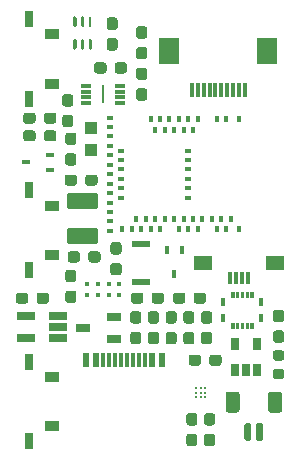
<source format=gbr>
%TF.GenerationSoftware,KiCad,Pcbnew,(5.99.0-2309-gaf729d578)*%
%TF.CreationDate,2020-08-01T12:07:05-04:00*%
%TF.ProjectId,mk2,6d6b322e-6b69-4636-9164-5f7063625858,rev?*%
%TF.SameCoordinates,Original*%
%TF.FileFunction,Paste,Top*%
%TF.FilePolarity,Positive*%
%FSLAX46Y46*%
G04 Gerber Fmt 4.6, Leading zero omitted, Abs format (unit mm)*
G04 Created by KiCad (PCBNEW (5.99.0-2309-gaf729d578)) date 2020-08-01 12:07:05*
%MOMM*%
%LPD*%
G01*
G04 APERTURE LIST*
%ADD10C,0.010000*%
%ADD11R,0.450000X0.655000*%
%ADD12R,1.650000X1.300000*%
%ADD13R,0.300000X1.000000*%
%ADD14R,0.400000X0.420000*%
%ADD15C,0.229500*%
%ADD16R,0.292474X0.965347*%
%ADD17R,0.200000X1.600000*%
%ADD18R,0.890000X0.300000*%
%ADD19R,0.300000X1.300000*%
%ADD20R,1.800000X2.200000*%
%ADD21R,0.700000X0.450000*%
%ADD22R,0.600000X1.160000*%
%ADD23R,0.300000X1.160000*%
%ADD24R,0.800000X1.450000*%
%ADD25R,1.270000X0.900000*%
%ADD26R,0.450000X0.700000*%
%ADD27R,1.100000X1.050000*%
%ADD28R,0.650000X1.060000*%
%ADD29R,1.560000X0.650000*%
%ADD30R,1.500000X0.550000*%
%ADD31R,0.400000X0.600000*%
%ADD32R,0.600000X0.400000*%
%ADD33R,1.220000X0.650000*%
G04 APERTURE END LIST*
%TO.C,P1*%
G36*
X32400000Y-39501910D02*
G01*
X32200894Y-39501910D01*
X32200894Y-39090000D01*
X32400000Y-39090000D01*
X32400000Y-39501910D01*
G37*
D10*
X32400000Y-39501910D02*
X32200894Y-39501910D01*
X32200894Y-39090000D01*
X32400000Y-39090000D01*
X32400000Y-39501910D01*
G36*
X30800000Y-39500160D02*
G01*
X30599906Y-39500160D01*
X30599906Y-39090000D01*
X30800000Y-39090000D01*
X30800000Y-39500160D01*
G37*
X30800000Y-39500160D02*
X30599906Y-39500160D01*
X30599906Y-39090000D01*
X30800000Y-39090000D01*
X30800000Y-39500160D01*
G36*
X31200000Y-39501820D02*
G01*
X30999394Y-39501820D01*
X30999394Y-39090000D01*
X31200000Y-39090000D01*
X31200000Y-39501820D01*
G37*
X31200000Y-39501820D02*
X30999394Y-39501820D01*
X30999394Y-39090000D01*
X31200000Y-39090000D01*
X31200000Y-39501820D01*
G36*
X32000000Y-39500750D02*
G01*
X31800150Y-39500750D01*
X31800150Y-39090000D01*
X32000000Y-39090000D01*
X32000000Y-39500750D01*
G37*
X32000000Y-39500750D02*
X31800150Y-39500750D01*
X31800150Y-39090000D01*
X32000000Y-39090000D01*
X32000000Y-39500750D01*
G36*
X31600000Y-39501480D02*
G01*
X31399900Y-39501480D01*
X31399900Y-39090000D01*
X31600000Y-39090000D01*
X31600000Y-39501480D01*
G37*
X31600000Y-39501480D02*
X31399900Y-39501480D01*
X31399900Y-39090000D01*
X31600000Y-39090000D01*
X31600000Y-39501480D01*
G36*
X32400000Y-36907990D02*
G01*
X32201294Y-36907990D01*
X32201294Y-36500000D01*
X32400000Y-36500000D01*
X32400000Y-36907990D01*
G37*
X32400000Y-36907990D02*
X32201294Y-36907990D01*
X32201294Y-36500000D01*
X32400000Y-36500000D01*
X32400000Y-36907990D01*
G36*
X30800000Y-36909880D02*
G01*
X30599900Y-36909880D01*
X30599900Y-36500000D01*
X30800000Y-36500000D01*
X30800000Y-36909880D01*
G37*
X30800000Y-36909880D02*
X30599900Y-36909880D01*
X30599900Y-36500000D01*
X30800000Y-36500000D01*
X30800000Y-36909880D01*
G36*
X31200000Y-36909770D02*
G01*
X30999897Y-36909770D01*
X30999897Y-36500000D01*
X31200000Y-36500000D01*
X31200000Y-36909770D01*
G37*
X31200000Y-36909770D02*
X30999897Y-36909770D01*
X30999897Y-36500000D01*
X31200000Y-36500000D01*
X31200000Y-36909770D01*
G36*
X32000000Y-36908330D02*
G01*
X31800459Y-36908330D01*
X31800459Y-36500000D01*
X32000000Y-36500000D01*
X32000000Y-36908330D01*
G37*
X32000000Y-36908330D02*
X31800459Y-36908330D01*
X31800459Y-36500000D01*
X32000000Y-36500000D01*
X32000000Y-36908330D01*
G36*
X31600000Y-36909140D02*
G01*
X31399922Y-36909140D01*
X31399922Y-36500000D01*
X31600000Y-36500000D01*
X31600000Y-36909140D01*
G37*
X31600000Y-36909140D02*
X31399922Y-36909140D01*
X31399922Y-36500000D01*
X31600000Y-36500000D01*
X31600000Y-36909140D01*
%TD*%
%TO.C,R16*%
G36*
G01*
X14025000Y-21512500D02*
X14025000Y-21987500D01*
G75*
G02*
X13787500Y-22225000I-237500J0D01*
G01*
X13212500Y-22225000D01*
G75*
G02*
X12975000Y-21987500I0J237500D01*
G01*
X12975000Y-21512500D01*
G75*
G02*
X13212500Y-21275000I237500J0D01*
G01*
X13787500Y-21275000D01*
G75*
G02*
X14025000Y-21512500I0J-237500D01*
G01*
G37*
G36*
G01*
X15775000Y-21512500D02*
X15775000Y-21987500D01*
G75*
G02*
X15537500Y-22225000I-237500J0D01*
G01*
X14962500Y-22225000D01*
G75*
G02*
X14725000Y-21987500I0J237500D01*
G01*
X14725000Y-21512500D01*
G75*
G02*
X14962500Y-21275000I237500J0D01*
G01*
X15537500Y-21275000D01*
G75*
G02*
X15775000Y-21512500I0J-237500D01*
G01*
G37*
%TD*%
%TO.C,R15*%
G36*
G01*
X14025000Y-23012500D02*
X14025000Y-23487500D01*
G75*
G02*
X13787500Y-23725000I-237500J0D01*
G01*
X13212500Y-23725000D01*
G75*
G02*
X12975000Y-23487500I0J237500D01*
G01*
X12975000Y-23012500D01*
G75*
G02*
X13212500Y-22775000I237500J0D01*
G01*
X13787500Y-22775000D01*
G75*
G02*
X14025000Y-23012500I0J-237500D01*
G01*
G37*
G36*
G01*
X15775000Y-23012500D02*
X15775000Y-23487500D01*
G75*
G02*
X15537500Y-23725000I-237500J0D01*
G01*
X14962500Y-23725000D01*
G75*
G02*
X14725000Y-23487500I0J237500D01*
G01*
X14725000Y-23012500D01*
G75*
G02*
X14962500Y-22775000I237500J0D01*
G01*
X15537500Y-22775000D01*
G75*
G02*
X15775000Y-23012500I0J-237500D01*
G01*
G37*
%TD*%
%TO.C,R14*%
G36*
G01*
X23850000Y-37237500D02*
X23850000Y-36762500D01*
G75*
G02*
X24087500Y-36525000I237500J0D01*
G01*
X24662500Y-36525000D01*
G75*
G02*
X24900000Y-36762500I0J-237500D01*
G01*
X24900000Y-37237500D01*
G75*
G02*
X24662500Y-37475000I-237500J0D01*
G01*
X24087500Y-37475000D01*
G75*
G02*
X23850000Y-37237500I0J237500D01*
G01*
G37*
G36*
G01*
X22100000Y-37237500D02*
X22100000Y-36762500D01*
G75*
G02*
X22337500Y-36525000I237500J0D01*
G01*
X22912500Y-36525000D01*
G75*
G02*
X23150000Y-36762500I0J-237500D01*
G01*
X23150000Y-37237500D01*
G75*
G02*
X22912500Y-37475000I-237500J0D01*
G01*
X22337500Y-37475000D01*
G75*
G02*
X22100000Y-37237500I0J237500D01*
G01*
G37*
%TD*%
%TO.C,R13*%
G36*
G01*
X27401000Y-37237500D02*
X27401000Y-36762500D01*
G75*
G02*
X27638500Y-36525000I237500J0D01*
G01*
X28213500Y-36525000D01*
G75*
G02*
X28451000Y-36762500I0J-237500D01*
G01*
X28451000Y-37237500D01*
G75*
G02*
X28213500Y-37475000I-237500J0D01*
G01*
X27638500Y-37475000D01*
G75*
G02*
X27401000Y-37237500I0J237500D01*
G01*
G37*
G36*
G01*
X25651000Y-37237500D02*
X25651000Y-36762500D01*
G75*
G02*
X25888500Y-36525000I237500J0D01*
G01*
X26463500Y-36525000D01*
G75*
G02*
X26701000Y-36762500I0J-237500D01*
G01*
X26701000Y-37237500D01*
G75*
G02*
X26463500Y-37475000I-237500J0D01*
G01*
X25888500Y-37475000D01*
G75*
G02*
X25651000Y-37237500I0J237500D01*
G01*
G37*
%TD*%
%TO.C,R12*%
G36*
G01*
X27237500Y-39150000D02*
X26762500Y-39150000D01*
G75*
G02*
X26525000Y-38912500I0J237500D01*
G01*
X26525000Y-38337500D01*
G75*
G02*
X26762500Y-38100000I237500J0D01*
G01*
X27237500Y-38100000D01*
G75*
G02*
X27475000Y-38337500I0J-237500D01*
G01*
X27475000Y-38912500D01*
G75*
G02*
X27237500Y-39150000I-237500J0D01*
G01*
G37*
G36*
G01*
X27237500Y-40900000D02*
X26762500Y-40900000D01*
G75*
G02*
X26525000Y-40662500I0J237500D01*
G01*
X26525000Y-40087500D01*
G75*
G02*
X26762500Y-39850000I237500J0D01*
G01*
X27237500Y-39850000D01*
G75*
G02*
X27475000Y-40087500I0J-237500D01*
G01*
X27475000Y-40662500D01*
G75*
G02*
X27237500Y-40900000I-237500J0D01*
G01*
G37*
%TD*%
%TO.C,R11*%
G36*
G01*
X22737500Y-39150000D02*
X22262500Y-39150000D01*
G75*
G02*
X22025000Y-38912500I0J237500D01*
G01*
X22025000Y-38337500D01*
G75*
G02*
X22262500Y-38100000I237500J0D01*
G01*
X22737500Y-38100000D01*
G75*
G02*
X22975000Y-38337500I0J-237500D01*
G01*
X22975000Y-38912500D01*
G75*
G02*
X22737500Y-39150000I-237500J0D01*
G01*
G37*
G36*
G01*
X22737500Y-40900000D02*
X22262500Y-40900000D01*
G75*
G02*
X22025000Y-40662500I0J237500D01*
G01*
X22025000Y-40087500D01*
G75*
G02*
X22262500Y-39850000I237500J0D01*
G01*
X22737500Y-39850000D01*
G75*
G02*
X22975000Y-40087500I0J-237500D01*
G01*
X22975000Y-40662500D01*
G75*
G02*
X22737500Y-40900000I-237500J0D01*
G01*
G37*
%TD*%
%TO.C,R9*%
G36*
G01*
X28262500Y-39850000D02*
X28737500Y-39850000D01*
G75*
G02*
X28975000Y-40087500I0J-237500D01*
G01*
X28975000Y-40662500D01*
G75*
G02*
X28737500Y-40900000I-237500J0D01*
G01*
X28262500Y-40900000D01*
G75*
G02*
X28025000Y-40662500I0J237500D01*
G01*
X28025000Y-40087500D01*
G75*
G02*
X28262500Y-39850000I237500J0D01*
G01*
G37*
G36*
G01*
X28262500Y-38100000D02*
X28737500Y-38100000D01*
G75*
G02*
X28975000Y-38337500I0J-237500D01*
G01*
X28975000Y-38912500D01*
G75*
G02*
X28737500Y-39150000I-237500J0D01*
G01*
X28262500Y-39150000D01*
G75*
G02*
X28025000Y-38912500I0J237500D01*
G01*
X28025000Y-38337500D01*
G75*
G02*
X28262500Y-38100000I237500J0D01*
G01*
G37*
%TD*%
%TO.C,R6*%
G36*
G01*
X21065500Y-33305000D02*
X20590500Y-33305000D01*
G75*
G02*
X20353000Y-33067500I0J237500D01*
G01*
X20353000Y-32492500D01*
G75*
G02*
X20590500Y-32255000I237500J0D01*
G01*
X21065500Y-32255000D01*
G75*
G02*
X21303000Y-32492500I0J-237500D01*
G01*
X21303000Y-33067500D01*
G75*
G02*
X21065500Y-33305000I-237500J0D01*
G01*
G37*
G36*
G01*
X21065500Y-35055000D02*
X20590500Y-35055000D01*
G75*
G02*
X20353000Y-34817500I0J237500D01*
G01*
X20353000Y-34242500D01*
G75*
G02*
X20590500Y-34005000I237500J0D01*
G01*
X21065500Y-34005000D01*
G75*
G02*
X21303000Y-34242500I0J-237500D01*
G01*
X21303000Y-34817500D01*
G75*
G02*
X21065500Y-35055000I-237500J0D01*
G01*
G37*
%TD*%
%TO.C,R5*%
G36*
G01*
X34356500Y-39725000D02*
X34831500Y-39725000D01*
G75*
G02*
X35069000Y-39962500I0J-237500D01*
G01*
X35069000Y-40537500D01*
G75*
G02*
X34831500Y-40775000I-237500J0D01*
G01*
X34356500Y-40775000D01*
G75*
G02*
X34119000Y-40537500I0J237500D01*
G01*
X34119000Y-39962500D01*
G75*
G02*
X34356500Y-39725000I237500J0D01*
G01*
G37*
G36*
G01*
X34356500Y-37975000D02*
X34831500Y-37975000D01*
G75*
G02*
X35069000Y-38212500I0J-237500D01*
G01*
X35069000Y-38787500D01*
G75*
G02*
X34831500Y-39025000I-237500J0D01*
G01*
X34356500Y-39025000D01*
G75*
G02*
X34119000Y-38787500I0J237500D01*
G01*
X34119000Y-38212500D01*
G75*
G02*
X34356500Y-37975000I237500J0D01*
G01*
G37*
%TD*%
%TO.C,R4*%
G36*
G01*
X25262500Y-39850000D02*
X25737500Y-39850000D01*
G75*
G02*
X25975000Y-40087500I0J-237500D01*
G01*
X25975000Y-40662500D01*
G75*
G02*
X25737500Y-40900000I-237500J0D01*
G01*
X25262500Y-40900000D01*
G75*
G02*
X25025000Y-40662500I0J237500D01*
G01*
X25025000Y-40087500D01*
G75*
G02*
X25262500Y-39850000I237500J0D01*
G01*
G37*
G36*
G01*
X25262500Y-38100000D02*
X25737500Y-38100000D01*
G75*
G02*
X25975000Y-38337500I0J-237500D01*
G01*
X25975000Y-38912500D01*
G75*
G02*
X25737500Y-39150000I-237500J0D01*
G01*
X25262500Y-39150000D01*
G75*
G02*
X25025000Y-38912500I0J237500D01*
G01*
X25025000Y-38337500D01*
G75*
G02*
X25262500Y-38100000I237500J0D01*
G01*
G37*
%TD*%
%TO.C,R3*%
G36*
G01*
X23762500Y-39850000D02*
X24237500Y-39850000D01*
G75*
G02*
X24475000Y-40087500I0J-237500D01*
G01*
X24475000Y-40662500D01*
G75*
G02*
X24237500Y-40900000I-237500J0D01*
G01*
X23762500Y-40900000D01*
G75*
G02*
X23525000Y-40662500I0J237500D01*
G01*
X23525000Y-40087500D01*
G75*
G02*
X23762500Y-39850000I237500J0D01*
G01*
G37*
G36*
G01*
X23762500Y-38100000D02*
X24237500Y-38100000D01*
G75*
G02*
X24475000Y-38337500I0J-237500D01*
G01*
X24475000Y-38912500D01*
G75*
G02*
X24237500Y-39150000I-237500J0D01*
G01*
X23762500Y-39150000D01*
G75*
G02*
X23525000Y-38912500I0J237500D01*
G01*
X23525000Y-38337500D01*
G75*
G02*
X23762500Y-38100000I237500J0D01*
G01*
G37*
%TD*%
%TO.C,C20*%
G36*
G01*
X28025000Y-42012500D02*
X28025000Y-42487500D01*
G75*
G02*
X27787500Y-42725000I-237500J0D01*
G01*
X27212500Y-42725000D01*
G75*
G02*
X26975000Y-42487500I0J237500D01*
G01*
X26975000Y-42012500D01*
G75*
G02*
X27212500Y-41775000I237500J0D01*
G01*
X27787500Y-41775000D01*
G75*
G02*
X28025000Y-42012500I0J-237500D01*
G01*
G37*
G36*
G01*
X29775000Y-42012500D02*
X29775000Y-42487500D01*
G75*
G02*
X29537500Y-42725000I-237500J0D01*
G01*
X28962500Y-42725000D01*
G75*
G02*
X28725000Y-42487500I0J237500D01*
G01*
X28725000Y-42012500D01*
G75*
G02*
X28962500Y-41775000I237500J0D01*
G01*
X29537500Y-41775000D01*
G75*
G02*
X29775000Y-42012500I0J-237500D01*
G01*
G37*
%TD*%
%TO.C,C10*%
G36*
G01*
X27487500Y-47775000D02*
X27012500Y-47775000D01*
G75*
G02*
X26775000Y-47537500I0J237500D01*
G01*
X26775000Y-46962500D01*
G75*
G02*
X27012500Y-46725000I237500J0D01*
G01*
X27487500Y-46725000D01*
G75*
G02*
X27725000Y-46962500I0J-237500D01*
G01*
X27725000Y-47537500D01*
G75*
G02*
X27487500Y-47775000I-237500J0D01*
G01*
G37*
G36*
G01*
X27487500Y-49525000D02*
X27012500Y-49525000D01*
G75*
G02*
X26775000Y-49287500I0J237500D01*
G01*
X26775000Y-48712500D01*
G75*
G02*
X27012500Y-48475000I237500J0D01*
G01*
X27487500Y-48475000D01*
G75*
G02*
X27725000Y-48712500I0J-237500D01*
G01*
X27725000Y-49287500D01*
G75*
G02*
X27487500Y-49525000I-237500J0D01*
G01*
G37*
%TD*%
%TO.C,C9*%
G36*
G01*
X23237500Y-15025000D02*
X22762500Y-15025000D01*
G75*
G02*
X22525000Y-14787500I0J237500D01*
G01*
X22525000Y-14212500D01*
G75*
G02*
X22762500Y-13975000I237500J0D01*
G01*
X23237500Y-13975000D01*
G75*
G02*
X23475000Y-14212500I0J-237500D01*
G01*
X23475000Y-14787500D01*
G75*
G02*
X23237500Y-15025000I-237500J0D01*
G01*
G37*
G36*
G01*
X23237500Y-16775000D02*
X22762500Y-16775000D01*
G75*
G02*
X22525000Y-16537500I0J237500D01*
G01*
X22525000Y-15962500D01*
G75*
G02*
X22762500Y-15725000I237500J0D01*
G01*
X23237500Y-15725000D01*
G75*
G02*
X23475000Y-15962500I0J-237500D01*
G01*
X23475000Y-16537500D01*
G75*
G02*
X23237500Y-16775000I-237500J0D01*
G01*
G37*
%TD*%
%TO.C,C8*%
G36*
G01*
X23237500Y-18525000D02*
X22762500Y-18525000D01*
G75*
G02*
X22525000Y-18287500I0J237500D01*
G01*
X22525000Y-17712500D01*
G75*
G02*
X22762500Y-17475000I237500J0D01*
G01*
X23237500Y-17475000D01*
G75*
G02*
X23475000Y-17712500I0J-237500D01*
G01*
X23475000Y-18287500D01*
G75*
G02*
X23237500Y-18525000I-237500J0D01*
G01*
G37*
G36*
G01*
X23237500Y-20275000D02*
X22762500Y-20275000D01*
G75*
G02*
X22525000Y-20037500I0J237500D01*
G01*
X22525000Y-19462500D01*
G75*
G02*
X22762500Y-19225000I237500J0D01*
G01*
X23237500Y-19225000D01*
G75*
G02*
X23475000Y-19462500I0J-237500D01*
G01*
X23475000Y-20037500D01*
G75*
G02*
X23237500Y-20275000I-237500J0D01*
G01*
G37*
%TD*%
%TO.C,C7*%
G36*
G01*
X28512500Y-48475000D02*
X28987500Y-48475000D01*
G75*
G02*
X29225000Y-48712500I0J-237500D01*
G01*
X29225000Y-49287500D01*
G75*
G02*
X28987500Y-49525000I-237500J0D01*
G01*
X28512500Y-49525000D01*
G75*
G02*
X28275000Y-49287500I0J237500D01*
G01*
X28275000Y-48712500D01*
G75*
G02*
X28512500Y-48475000I237500J0D01*
G01*
G37*
G36*
G01*
X28512500Y-46725000D02*
X28987500Y-46725000D01*
G75*
G02*
X29225000Y-46962500I0J-237500D01*
G01*
X29225000Y-47537500D01*
G75*
G02*
X28987500Y-47775000I-237500J0D01*
G01*
X28512500Y-47775000D01*
G75*
G02*
X28275000Y-47537500I0J237500D01*
G01*
X28275000Y-46962500D01*
G75*
G02*
X28512500Y-46725000I237500J0D01*
G01*
G37*
%TD*%
%TO.C,C6*%
G36*
G01*
X20025000Y-17262500D02*
X20025000Y-17737500D01*
G75*
G02*
X19787500Y-17975000I-237500J0D01*
G01*
X19212500Y-17975000D01*
G75*
G02*
X18975000Y-17737500I0J237500D01*
G01*
X18975000Y-17262500D01*
G75*
G02*
X19212500Y-17025000I237500J0D01*
G01*
X19787500Y-17025000D01*
G75*
G02*
X20025000Y-17262500I0J-237500D01*
G01*
G37*
G36*
G01*
X21775000Y-17262500D02*
X21775000Y-17737500D01*
G75*
G02*
X21537500Y-17975000I-237500J0D01*
G01*
X20962500Y-17975000D01*
G75*
G02*
X20725000Y-17737500I0J237500D01*
G01*
X20725000Y-17262500D01*
G75*
G02*
X20962500Y-17025000I237500J0D01*
G01*
X21537500Y-17025000D01*
G75*
G02*
X21775000Y-17262500I0J-237500D01*
G01*
G37*
%TD*%
%TO.C,C4*%
G36*
G01*
X16762500Y-36350000D02*
X17237500Y-36350000D01*
G75*
G02*
X17475000Y-36587500I0J-237500D01*
G01*
X17475000Y-37162500D01*
G75*
G02*
X17237500Y-37400000I-237500J0D01*
G01*
X16762500Y-37400000D01*
G75*
G02*
X16525000Y-37162500I0J237500D01*
G01*
X16525000Y-36587500D01*
G75*
G02*
X16762500Y-36350000I237500J0D01*
G01*
G37*
G36*
G01*
X16762500Y-34600000D02*
X17237500Y-34600000D01*
G75*
G02*
X17475000Y-34837500I0J-237500D01*
G01*
X17475000Y-35412500D01*
G75*
G02*
X17237500Y-35650000I-237500J0D01*
G01*
X16762500Y-35650000D01*
G75*
G02*
X16525000Y-35412500I0J237500D01*
G01*
X16525000Y-34837500D01*
G75*
G02*
X16762500Y-34600000I237500J0D01*
G01*
G37*
%TD*%
%TO.C,C3*%
G36*
G01*
X17525000Y-26762500D02*
X17525000Y-27237500D01*
G75*
G02*
X17287500Y-27475000I-237500J0D01*
G01*
X16712500Y-27475000D01*
G75*
G02*
X16475000Y-27237500I0J237500D01*
G01*
X16475000Y-26762500D01*
G75*
G02*
X16712500Y-26525000I237500J0D01*
G01*
X17287500Y-26525000D01*
G75*
G02*
X17525000Y-26762500I0J-237500D01*
G01*
G37*
G36*
G01*
X19275000Y-26762500D02*
X19275000Y-27237500D01*
G75*
G02*
X19037500Y-27475000I-237500J0D01*
G01*
X18462500Y-27475000D01*
G75*
G02*
X18225000Y-27237500I0J237500D01*
G01*
X18225000Y-26762500D01*
G75*
G02*
X18462500Y-26525000I237500J0D01*
G01*
X19037500Y-26525000D01*
G75*
G02*
X19275000Y-26762500I0J-237500D01*
G01*
G37*
%TD*%
%TO.C,C2*%
G36*
G01*
X16762500Y-24725000D02*
X17237500Y-24725000D01*
G75*
G02*
X17475000Y-24962500I0J-237500D01*
G01*
X17475000Y-25537500D01*
G75*
G02*
X17237500Y-25775000I-237500J0D01*
G01*
X16762500Y-25775000D01*
G75*
G02*
X16525000Y-25537500I0J237500D01*
G01*
X16525000Y-24962500D01*
G75*
G02*
X16762500Y-24725000I237500J0D01*
G01*
G37*
G36*
G01*
X16762500Y-22975000D02*
X17237500Y-22975000D01*
G75*
G02*
X17475000Y-23212500I0J-237500D01*
G01*
X17475000Y-23787500D01*
G75*
G02*
X17237500Y-24025000I-237500J0D01*
G01*
X16762500Y-24025000D01*
G75*
G02*
X16525000Y-23787500I0J237500D01*
G01*
X16525000Y-23212500D01*
G75*
G02*
X16762500Y-22975000I237500J0D01*
G01*
G37*
%TD*%
%TO.C,C1*%
G36*
G01*
X16512500Y-21475000D02*
X16987500Y-21475000D01*
G75*
G02*
X17225000Y-21712500I0J-237500D01*
G01*
X17225000Y-22287500D01*
G75*
G02*
X16987500Y-22525000I-237500J0D01*
G01*
X16512500Y-22525000D01*
G75*
G02*
X16275000Y-22287500I0J237500D01*
G01*
X16275000Y-21712500D01*
G75*
G02*
X16512500Y-21475000I237500J0D01*
G01*
G37*
G36*
G01*
X16512500Y-19725000D02*
X16987500Y-19725000D01*
G75*
G02*
X17225000Y-19962500I0J-237500D01*
G01*
X17225000Y-20537500D01*
G75*
G02*
X16987500Y-20775000I-237500J0D01*
G01*
X16512500Y-20775000D01*
G75*
G02*
X16275000Y-20537500I0J237500D01*
G01*
X16275000Y-19962500D01*
G75*
G02*
X16512500Y-19725000I237500J0D01*
G01*
G37*
%TD*%
D11*
%TO.C,P1*%
X33100000Y-37297500D03*
X33100000Y-38702500D03*
X29900000Y-38702500D03*
X29900000Y-37297500D03*
%TD*%
D12*
%TO.C,J5*%
X34250000Y-34000000D03*
X28225000Y-34000000D03*
D13*
X32000000Y-35250000D03*
X30500000Y-35250000D03*
X31000000Y-35250000D03*
X31500000Y-35250000D03*
%TD*%
D14*
%TO.C,IC2*%
X18400000Y-35800000D03*
X19300000Y-35800000D03*
X20200000Y-35800000D03*
X21100000Y-35800000D03*
X18400000Y-36700000D03*
X19300000Y-36700000D03*
X20200000Y-36700000D03*
X21100000Y-36700000D03*
%TD*%
%TO.C,JP1*%
G36*
G01*
X34850250Y-42275000D02*
X34337750Y-42275000D01*
G75*
G02*
X34119000Y-42056250I0J218750D01*
G01*
X34119000Y-41618750D01*
G75*
G02*
X34337750Y-41400000I218750J0D01*
G01*
X34850250Y-41400000D01*
G75*
G02*
X35069000Y-41618750I0J-218750D01*
G01*
X35069000Y-42056250D01*
G75*
G02*
X34850250Y-42275000I-218750J0D01*
G01*
G37*
G36*
G01*
X34850250Y-43850000D02*
X34337750Y-43850000D01*
G75*
G02*
X34119000Y-43631250I0J218750D01*
G01*
X34119000Y-43193750D01*
G75*
G02*
X34337750Y-42975000I218750J0D01*
G01*
X34850250Y-42975000D01*
G75*
G02*
X35069000Y-43193750I0J-218750D01*
G01*
X35069000Y-43631250D01*
G75*
G02*
X34850250Y-43850000I-218750J0D01*
G01*
G37*
%TD*%
%TO.C,BT1*%
G36*
G01*
X33700000Y-46450000D02*
X33700000Y-45150000D01*
G75*
G02*
X33950000Y-44900000I250000J0D01*
G01*
X34650000Y-44900000D01*
G75*
G02*
X34900000Y-45150000I0J-250000D01*
G01*
X34900000Y-46450000D01*
G75*
G02*
X34650000Y-46700000I-250000J0D01*
G01*
X33950000Y-46700000D01*
G75*
G02*
X33700000Y-46450000I0J250000D01*
G01*
G37*
G36*
G01*
X30100000Y-46450000D02*
X30100000Y-45150000D01*
G75*
G02*
X30350000Y-44900000I250000J0D01*
G01*
X31050000Y-44900000D01*
G75*
G02*
X31300000Y-45150000I0J-250000D01*
G01*
X31300000Y-46450000D01*
G75*
G02*
X31050000Y-46700000I-250000J0D01*
G01*
X30350000Y-46700000D01*
G75*
G02*
X30100000Y-46450000I0J250000D01*
G01*
G37*
G36*
G01*
X32700000Y-48950000D02*
X32700000Y-47700000D01*
G75*
G02*
X32850000Y-47550000I150000J0D01*
G01*
X33150000Y-47550000D01*
G75*
G02*
X33300000Y-47700000I0J-150000D01*
G01*
X33300000Y-48950000D01*
G75*
G02*
X33150000Y-49100000I-150000J0D01*
G01*
X32850000Y-49100000D01*
G75*
G02*
X32700000Y-48950000I0J150000D01*
G01*
G37*
G36*
G01*
X31700000Y-48950000D02*
X31700000Y-47700000D01*
G75*
G02*
X31850000Y-47550000I150000J0D01*
G01*
X32150000Y-47550000D01*
G75*
G02*
X32300000Y-47700000I0J-150000D01*
G01*
X32300000Y-48950000D01*
G75*
G02*
X32150000Y-49100000I-150000J0D01*
G01*
X31850000Y-49100000D01*
G75*
G02*
X31700000Y-48950000I0J150000D01*
G01*
G37*
%TD*%
D15*
%TO.C,U6*%
X28400000Y-45400000D03*
X28000000Y-45400000D03*
X27600000Y-45400000D03*
X28400000Y-45000000D03*
X28000000Y-45000000D03*
X27600000Y-45000000D03*
X28400000Y-44600000D03*
X28000000Y-44600000D03*
X27600000Y-44600000D03*
%TD*%
%TO.C,U5*%
G36*
G01*
X18650000Y-15017327D02*
X18650000Y-15017327D01*
G75*
G02*
X18796237Y-15163564I0J-146237D01*
G01*
X18796237Y-15836436D01*
G75*
G02*
X18650000Y-15982673I-146237J0D01*
G01*
X18650000Y-15982673D01*
G75*
G02*
X18503763Y-15836436I0J146237D01*
G01*
X18503763Y-15163564D01*
G75*
G02*
X18650000Y-15017327I146237J0D01*
G01*
G37*
G36*
G01*
X18000000Y-15017327D02*
X18000000Y-15017327D01*
G75*
G02*
X18146237Y-15163564I0J-146237D01*
G01*
X18146237Y-15836436D01*
G75*
G02*
X18000000Y-15982673I-146237J0D01*
G01*
X18000000Y-15982673D01*
G75*
G02*
X17853763Y-15836436I0J146237D01*
G01*
X17853763Y-15163564D01*
G75*
G02*
X18000000Y-15017327I146237J0D01*
G01*
G37*
G36*
G01*
X17350000Y-15017327D02*
X17350000Y-15017327D01*
G75*
G02*
X17496237Y-15163564I0J-146237D01*
G01*
X17496237Y-15836436D01*
G75*
G02*
X17350000Y-15982673I-146237J0D01*
G01*
X17350000Y-15982673D01*
G75*
G02*
X17203763Y-15836436I0J146237D01*
G01*
X17203763Y-15163564D01*
G75*
G02*
X17350000Y-15017327I146237J0D01*
G01*
G37*
G36*
G01*
X17350000Y-13110200D02*
X17350000Y-13110200D01*
G75*
G02*
X17496237Y-13256437I0J-146237D01*
G01*
X17496237Y-13929309D01*
G75*
G02*
X17350000Y-14075546I-146237J0D01*
G01*
X17350000Y-14075546D01*
G75*
G02*
X17203763Y-13929309I0J146237D01*
G01*
X17203763Y-13256437D01*
G75*
G02*
X17350000Y-13110200I146237J0D01*
G01*
G37*
G36*
G01*
X18000000Y-13110200D02*
X18000000Y-13110200D01*
G75*
G02*
X18146237Y-13256437I0J-146237D01*
G01*
X18146237Y-13929309D01*
G75*
G02*
X18000000Y-14075546I-146237J0D01*
G01*
X18000000Y-14075546D01*
G75*
G02*
X17853763Y-13929309I0J146237D01*
G01*
X17853763Y-13256437D01*
G75*
G02*
X18000000Y-13110200I146237J0D01*
G01*
G37*
D16*
X18650000Y-13592873D03*
%TD*%
D17*
%TO.C,U1*%
X19750000Y-19750000D03*
D18*
X21170000Y-19000000D03*
X21170000Y-19500000D03*
X21170000Y-20000000D03*
X21170000Y-20500000D03*
X18330000Y-20500000D03*
X18330000Y-20000000D03*
X18330000Y-19500000D03*
X18330000Y-19000000D03*
%TD*%
D19*
%TO.C,J1*%
X27250000Y-19350000D03*
X27750000Y-19350000D03*
X28250000Y-19350000D03*
X28750000Y-19350000D03*
X29250000Y-19350000D03*
X29750000Y-19350000D03*
X30250000Y-19350000D03*
X30750000Y-19350000D03*
X31250000Y-19350000D03*
X31750000Y-19350000D03*
D20*
X33650000Y-16100000D03*
X25350000Y-16100000D03*
%TD*%
D21*
%TO.C,Q4*%
X13250000Y-25500000D03*
X15250000Y-24850000D03*
X15250000Y-26150000D03*
%TD*%
D22*
%TO.C,J2*%
X24700000Y-42240000D03*
X23900000Y-42240000D03*
X18300000Y-42240000D03*
X19100000Y-42240000D03*
D23*
X23250000Y-42240000D03*
X22250000Y-42240000D03*
X22750000Y-42240000D03*
X20250000Y-42240000D03*
X19750000Y-42240000D03*
X21750000Y-42240000D03*
X21250000Y-42240000D03*
X20750000Y-42240000D03*
%TD*%
D24*
%TO.C,SW4*%
X13500000Y-49125000D03*
X13500000Y-42375000D03*
D25*
X15385000Y-47850000D03*
X15385000Y-43650000D03*
%TD*%
D24*
%TO.C,SW2*%
X13500000Y-20125000D03*
X13500000Y-13375000D03*
D25*
X15385000Y-18850000D03*
X15385000Y-14650000D03*
%TD*%
D24*
%TO.C,SW1*%
X13500000Y-34625000D03*
X13500000Y-27875000D03*
D25*
X15385000Y-33350000D03*
X15385000Y-29150000D03*
%TD*%
D26*
%TO.C,Q3*%
X25781000Y-34909000D03*
X25131000Y-32909000D03*
X26431000Y-32909000D03*
%TD*%
%TO.C,C5*%
G36*
G01*
X19074999Y-29475000D02*
X16925001Y-29475000D01*
G75*
G02*
X16675000Y-29224999I0J250001D01*
G01*
X16675000Y-28300001D01*
G75*
G02*
X16925001Y-28050000I250001J0D01*
G01*
X19074999Y-28050000D01*
G75*
G02*
X19325000Y-28300001I0J-250001D01*
G01*
X19325000Y-29224999D01*
G75*
G02*
X19074999Y-29475000I-250001J0D01*
G01*
G37*
G36*
G01*
X19074999Y-32450000D02*
X16925001Y-32450000D01*
G75*
G02*
X16675000Y-32199999I0J250001D01*
G01*
X16675000Y-31275001D01*
G75*
G02*
X16925001Y-31025000I250001J0D01*
G01*
X19074999Y-31025000D01*
G75*
G02*
X19325000Y-31275001I0J-250001D01*
G01*
X19325000Y-32199999D01*
G75*
G02*
X19074999Y-32450000I-250001J0D01*
G01*
G37*
%TD*%
D27*
%TO.C,Y1*%
X18750000Y-22575000D03*
X18750000Y-24425000D03*
%TD*%
D28*
%TO.C,U3*%
X30894000Y-40900000D03*
X32794000Y-40900000D03*
X32794000Y-43100000D03*
X31844000Y-43100000D03*
X30894000Y-43100000D03*
%TD*%
D29*
%TO.C,U2*%
X13250000Y-40400000D03*
X13250000Y-38500000D03*
X15950000Y-38500000D03*
X15950000Y-39450000D03*
X15950000Y-40400000D03*
%TD*%
D30*
%TO.C,SW_RESET1*%
X22987000Y-35625000D03*
X22987000Y-32375000D03*
%TD*%
%TO.C,L2*%
G36*
G01*
X20737500Y-14275000D02*
X20262500Y-14275000D01*
G75*
G02*
X20025000Y-14037500I0J237500D01*
G01*
X20025000Y-13462500D01*
G75*
G02*
X20262500Y-13225000I237500J0D01*
G01*
X20737500Y-13225000D01*
G75*
G02*
X20975000Y-13462500I0J-237500D01*
G01*
X20975000Y-14037500D01*
G75*
G02*
X20737500Y-14275000I-237500J0D01*
G01*
G37*
G36*
G01*
X20737500Y-16025000D02*
X20262500Y-16025000D01*
G75*
G02*
X20025000Y-15787500I0J237500D01*
G01*
X20025000Y-15212500D01*
G75*
G02*
X20262500Y-14975000I237500J0D01*
G01*
X20737500Y-14975000D01*
G75*
G02*
X20975000Y-15212500I0J-237500D01*
G01*
X20975000Y-15787500D01*
G75*
G02*
X20737500Y-16025000I-237500J0D01*
G01*
G37*
%TD*%
%TO.C,L1*%
G36*
G01*
X13400000Y-36762500D02*
X13400000Y-37237500D01*
G75*
G02*
X13162500Y-37475000I-237500J0D01*
G01*
X12587500Y-37475000D01*
G75*
G02*
X12350000Y-37237500I0J237500D01*
G01*
X12350000Y-36762500D01*
G75*
G02*
X12587500Y-36525000I237500J0D01*
G01*
X13162500Y-36525000D01*
G75*
G02*
X13400000Y-36762500I0J-237500D01*
G01*
G37*
G36*
G01*
X15150000Y-36762500D02*
X15150000Y-37237500D01*
G75*
G02*
X14912500Y-37475000I-237500J0D01*
G01*
X14337500Y-37475000D01*
G75*
G02*
X14100000Y-37237500I0J237500D01*
G01*
X14100000Y-36762500D01*
G75*
G02*
X14337500Y-36525000I237500J0D01*
G01*
X14912500Y-36525000D01*
G75*
G02*
X15150000Y-36762500I0J-237500D01*
G01*
G37*
%TD*%
D31*
%TO.C,IC1*%
X31250000Y-21850000D03*
X30150000Y-21850000D03*
X29350000Y-21850000D03*
X27750000Y-21850000D03*
X27350000Y-22750000D03*
X26950000Y-21850000D03*
X26550000Y-22750000D03*
X26150000Y-21850000D03*
X25750000Y-22750000D03*
X25350000Y-21850000D03*
X24950000Y-22750000D03*
X24550000Y-21850000D03*
X24150000Y-22750000D03*
X23750000Y-21850000D03*
D32*
X20350000Y-21700000D03*
X20350000Y-22500000D03*
X20350000Y-23300000D03*
X20350000Y-24100000D03*
X21250000Y-24500000D03*
X20350000Y-24900000D03*
X21250000Y-25300000D03*
X20350000Y-25700000D03*
X21250000Y-26100000D03*
X20350000Y-26500000D03*
X21250000Y-26900000D03*
X20350000Y-27300000D03*
X21250000Y-27700000D03*
X20350000Y-28100000D03*
X21250000Y-28500000D03*
X20350000Y-28900000D03*
X20350000Y-29700000D03*
X20350000Y-30500000D03*
X20350000Y-31300000D03*
D31*
X21350000Y-31150000D03*
X22150000Y-31150000D03*
X22550000Y-30250000D03*
X22950000Y-31150000D03*
X23350000Y-30250000D03*
X23750000Y-31150000D03*
X24150000Y-30250000D03*
X24550000Y-31150000D03*
X24950000Y-30250000D03*
X25750000Y-30250000D03*
X26150000Y-31150000D03*
X26550000Y-30250000D03*
X26950000Y-31150000D03*
X27350000Y-30250000D03*
X27750000Y-31150000D03*
X28150000Y-30250000D03*
X28950000Y-30250000D03*
X29350000Y-31150000D03*
X29750000Y-30250000D03*
X30150000Y-31150000D03*
X30550000Y-30250000D03*
X31250000Y-31150000D03*
D32*
X26950000Y-24500000D03*
X26950000Y-25300000D03*
X26950000Y-26100000D03*
X26950000Y-26900000D03*
X26950000Y-27700000D03*
X26950000Y-28500000D03*
%TD*%
%TO.C,D2*%
G36*
G01*
X18475000Y-33737500D02*
X18475000Y-33262500D01*
G75*
G02*
X18712500Y-33025000I237500J0D01*
G01*
X19287500Y-33025000D01*
G75*
G02*
X19525000Y-33262500I0J-237500D01*
G01*
X19525000Y-33737500D01*
G75*
G02*
X19287500Y-33975000I-237500J0D01*
G01*
X18712500Y-33975000D01*
G75*
G02*
X18475000Y-33737500I0J237500D01*
G01*
G37*
G36*
G01*
X16725000Y-33737500D02*
X16725000Y-33262500D01*
G75*
G02*
X16962500Y-33025000I237500J0D01*
G01*
X17537500Y-33025000D01*
G75*
G02*
X17775000Y-33262500I0J-237500D01*
G01*
X17775000Y-33737500D01*
G75*
G02*
X17537500Y-33975000I-237500J0D01*
G01*
X16962500Y-33975000D01*
G75*
G02*
X16725000Y-33737500I0J237500D01*
G01*
G37*
%TD*%
D33*
%TO.C,D1*%
X18000000Y-39500000D03*
X20620000Y-38550000D03*
X20620000Y-40450000D03*
%TD*%
M02*

</source>
